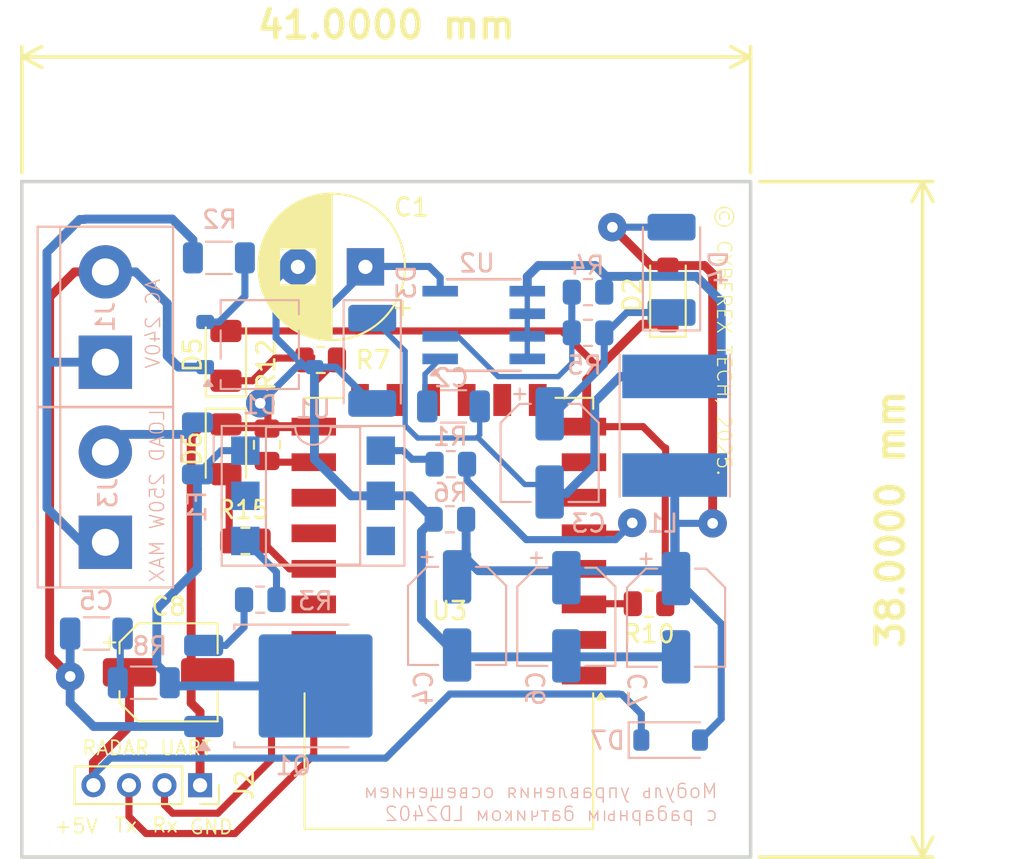
<source format=kicad_pcb>
(kicad_pcb (version 20240108) (generator "pcbnew") (generator_version "8.0")
  (layers (0 "F.Cu" signal) (31 "B.Cu" signal) (34 "B.Paste" user) (35 "F.Paste" user) (36 "B.SilkS" user "B.Silkscreen") (37 "F.SilkS" user "F.Silkscreen") (38 "B.Mask" user) (39 "F.Mask" user) (44 "Edge.Cuts" user))
  (net 0 "")
  (net 1 "Net-(D1--)")
  (net 2 "Net-(U2-BP)")
  (net 3 "Net-(D3-K)")
  (net 4 "Net-(D4-K)")
  (net 5 "Net-(D2-A)")
  (net 6 "Net-(J1-Pin_2)")
  (net 7 "Net-(D1-+)")
  (net 8 "Net-(D1-Pad2)")
  (net 9 "Net-(D5-K)")
  (net 10 "Net-(J1-Pin_1)")
  (net 11 "Net-(U2-FB)")
  (net 12 "Net-(C5-Pad1)")
  (net 13 "Net-(D6-A)")
  (net 14 "Net-(J3-Pin_2)")
  (net 15 "Net-(Q1-A2)")
  (net 16 "Net-(J2-Pin_2)")
  (net 17 "Net-(J2-Pin_3)")
  (net 18 "Net-(Q1-G)")
  (net 19 "Net-(U3-GPIO14)")
  (net 20 "Net-(R1-Pad1)")
  (net 21 "Net-(R3-Pad1)")
  (net 22 "Net-(U3-EN)")
  (net 23 "Net-(U3-GPIO15)")
  (net 24 "Net-(U3-GPIO4)")
  (net 41 "Net-(D7-K)")
  (net 42 "Net-(D2-K)")
  (footprint "Diode_SMD:D_SOD-123" (layer "F.Cu") (at 157.4038 69.2404 90)
    (property "Reference" "D2" (at 0 -2 90) (layer "F.SilkS"))
    (property "Value" "RB051L-40TE25")
    (pad "1" smd roundrect (at -1.65 0 90) (size 0.9 1.2) (layers "F.Cu" "F.Paste" "F.Mask") (net 42 "Net-(D2-K)"))
    (pad "2" smd roundrect (at 1.65 0 90) (size 0.9 1.2) (layers "F.Cu" "F.Paste" "F.Mask") (net 5 "Net-(D2-A)"))
  )
  (footprint "Capacitor_SMD:CP_Elec_5x5.4" (layer "F.Cu") (at 129.3114 90.4748)
    (property "Reference" "C8" (at 0 -3.7 0) (layer "F.SilkS"))
    (property "Value" "220uF 6.3V")
    (pad "1" smd roundrect (at -2.2 0) (size 3 1.6) (layers "F.Cu" "F.Paste" "F.Mask") (roundrect_rratio 0.15625) (net 41 "Net-(D7-K)"))
    (pad "2" smd roundrect (at 2.2 0) (size 3 1.6) (layers "F.Cu" "F.Paste" "F.Mask") (roundrect_rratio 0.15625) (net 1 "Net-(D1--)"))
  )
  (footprint "Resistor_SMD:R_0805_2012Metric" (layer "F.Cu") (at 156.3389 86.614)
    (property "Reference" "R10" (at -0.0019 1.7018 0) (layer "F.SilkS"))
    (property "Value" "1k")
    (pad "1" smd roundrect (at -0.9125 0) (size 1.025 1.4) (layers "F.Cu" "F.Paste" "F.Mask") (roundrect_rratio 0.243902) (net 22 "Net-(U3-EN)"))
    (pad "2" smd roundrect (at 0.9125 0) (size 1.025 1.4) (layers "F.Cu" "F.Paste" "F.Mask") (roundrect_rratio 0.243902) (net 42 "Net-(D2-K)"))
  )
  (footprint "Connector_PinSocket_2.00mm:PinSocket_1x04_P2.00mm_Vertical" (layer "F.Cu") (at 131.0828 96.8248 -90)
    (property "Reference" "J2" (at 0 -2.5 -90) (layer "F.SilkS"))
    (property "Value" "LD 2402")
    (pad "1" thru_hole rect (at 0 0 270) (size 1.35 1.35) (drill 0.8) (layers "*.Cu" "*.Mask") (net 1 "Net-(D1--)"))
    (pad "2" thru_hole oval (at 0 2 270) (size 1.35 1.35) (drill 0.8) (layers "*.Cu" "*.Mask") (net 16 "Net-(J2-Pin_2)"))
    (pad "3" thru_hole oval (at 0 4 270) (size 1.35 1.35) (drill 0.8) (layers "*.Cu" "*.Mask") (net 17 "Net-(J2-Pin_3)"))
    (pad "4" thru_hole oval (at 0 6 270) (size 1.35 1.35) (drill 0.8) (layers "*.Cu" "*.Mask") (net 41 "Net-(D7-K)"))
  )
  (footprint "LED_SMD:LED_1206_3216Metric" (layer "F.Cu") (at 132.5372 72.6694 90)
    (property "Reference" "D5" (at 0.0508 -1.8796 90) (layer "F.SilkS"))
    (property "Value" "LED")
    (pad "1" smd roundrect (at -1.4 0 90) (size 1.25 1.75) (layers "F.Cu" "F.Paste" "F.Mask") (roundrect_rratio 0.2) (net 9 "Net-(D5-K)"))
    (pad "2" smd roundrect (at 1.4 0 90) (size 1.25 1.75) (layers "F.Cu" "F.Paste" "F.Mask") (roundrect_rratio 0.2) (net 42 "Net-(D2-K)"))
  )
  (footprint "Capacitor_THT:CP_Radial_D8.0mm_P3.80mm" (layer "F.Cu") (at 140.3858 67.6656 180)
    (property "Reference" "C1" (at -2.5908 3.3528 0) (layer "F.SilkS"))
    (property "Value" "4.3uF 400V")
    (pad "1" thru_hole rect (at 0 0 180) (size 2.1 2.1) (drill 0.8) (layers "*.Cu" "*.Mask") (net 7 "Net-(D1-+)"))
    (pad "2" thru_hole circle (at 3.8 0 180) (size 2.1 2.1) (drill 0.8) (layers "*.Cu" "*.Mask") (net 1 "Net-(D1--)"))
  )
  (footprint "RF_Module:ESP-12E" (layer "F.Cu") (at 145.0794 87.1526 180)
    (property "Reference" "U3" (at -0.0326 0.1432 0) (layer "F.SilkS"))
    (property "Value" "ESP-12F")
    (pad "1" smd rect (at -7.6 -3.5 180) (size 2.5 1) (layers "F.Cu" "F.Paste" "F.Mask"))
    (pad "2" smd rect (at -7.6 -1.5 180) (size 2.5 1) (layers "F.Cu" "F.Paste" "F.Mask"))
    (pad "3" smd rect (at -7.6 0.5 180) (size 2.5 1) (layers "F.Cu" "F.Paste" "F.Mask") (net 22 "Net-(U3-EN)"))
    (pad "4" smd rect (at -7.6 2.5 180) (size 2.5 1) (layers "F.Cu" "F.Paste" "F.Mask"))
    (pad "5" smd rect (at -7.6 4.5 180) (size 2.5 1) (layers "F.Cu" "F.Paste" "F.Mask") (net 19 "Net-(U3-GPIO14)"))
    (pad "6" smd rect (at -7.6 6.5 180) (size 2.5 1) (layers "F.Cu" "F.Paste" "F.Mask"))
    (pad "7" smd rect (at -7.6 8.5 180) (size 2.5 1) (layers "F.Cu" "F.Paste" "F.Mask"))
    (pad "8" smd rect (at -7.6 10.5 180) (size 2.5 1) (layers "F.Cu" "F.Paste" "F.Mask") (net 42 "Net-(D2-K)"))
    (pad "9" smd rect (at -5 12 180) (size 1 1.8) (layers "F.Cu" "F.Paste" "F.Mask"))
    (pad "10" smd rect (at -3 12 180) (size 1 1.8) (layers "F.Cu" "F.Paste" "F.Mask"))
    (pad "11" smd rect (at -1 12 180) (size 1 1.8) (layers "F.Cu" "F.Paste" "F.Mask"))
    (pad "12" smd rect (at 1 12 180) (size 1 1.8) (layers "F.Cu" "F.Paste" "F.Mask"))
    (pad "13" smd rect (at 3 12 180) (size 1 1.8) (layers "F.Cu" "F.Paste" "F.Mask"))
    (pad "14" smd rect (at 5 12 180) (size 1 1.8) (layers "F.Cu" "F.Paste" "F.Mask"))
    (pad "15" smd rect (at 7.6 10.5 180) (size 2.5 1) (layers "F.Cu" "F.Paste" "F.Mask") (net 1 "Net-(D1--)"))
    (pad "16" smd rect (at 7.6 8.5 180) (size 2.5 1) (layers "F.Cu" "F.Paste" "F.Mask") (net 23 "Net-(U3-GPIO15)"))
    (pad "17" smd rect (at 7.6 6.5 180) (size 2.5 1) (layers "F.Cu" "F.Paste" "F.Mask"))
    (pad "18" smd rect (at 7.6 4.5 180) (size 2.5 1) (layers "F.Cu" "F.Paste" "F.Mask"))
    (pad "19" smd rect (at 7.6 2.5 180) (size 2.5 1) (layers "F.Cu" "F.Paste" "F.Mask") (net 24 "Net-(U3-GPIO4)"))
    (pad "20" smd rect (at 7.6 0.5 180) (size 2.5 1) (layers "F.Cu" "F.Paste" "F.Mask"))
    (pad "21" smd rect (at 7.6 -1.5 180) (size 2.5 1) (layers "F.Cu" "F.Paste" "F.Mask") (net 16 "Net-(J2-Pin_2)"))
    (pad "22" smd rect (at 7.6 -3.5 180) (size 2.5 1) (layers "F.Cu" "F.Paste" "F.Mask") (net 17 "Net-(J2-Pin_3)"))
  )
  (footprint "LED_SMD:LED_1206_3216Metric" (layer "F.Cu") (at 132.5372 77.9272 -90)
    (property "Reference" "D6" (at -0.0254 1.8796 90) (layer "F.SilkS"))
    (property "Value" "LED")
    (pad "1" smd roundrect (at -1.4 0 270) (size 1.25 1.75) (layers "F.Cu" "F.Paste" "F.Mask") (roundrect_rratio 0.2) (net 1 "Net-(D1--)"))
    (pad "2" smd roundrect (at 1.4 0 270) (size 1.25 1.75) (layers "F.Cu" "F.Paste" "F.Mask") (roundrect_rratio 0.2) (net 13 "Net-(D6-A)"))
  )
  (footprint "Resistor_SMD:R_0805_2012Metric" (layer "F.Cu") (at 133.6313 83.0834 180)
    (property "Reference" "R15" (at 0.1251 1.7526 0) (layer "F.SilkS"))
    (property "Value" "470")
    (pad "1" smd roundrect (at -0.9125 0 180) (size 1.025 1.4) (layers "F.Cu" "F.Paste" "F.Mask") (roundrect_rratio 0.243902) (net 24 "Net-(U3-GPIO4)"))
    (pad "2" smd roundrect (at 0.9125 0 180) (size 1.025 1.4) (layers "F.Cu" "F.Paste" "F.Mask") (roundrect_rratio 0.243902) (net 13 "Net-(D6-A)"))
  )
  (footprint "Resistor_SMD:R_0805_2012Metric" (layer "F.Cu") (at 137.8693 72.898)
    (property "Reference" "R7" (at 2.9483 0 0) (layer "F.SilkS"))
    (property "Value" "1k")
    (pad "1" smd roundrect (at -0.9125 0) (size 1.025 1.4) (layers "F.Cu" "F.Paste" "F.Mask") (roundrect_rratio 0.243902) (net 9 "Net-(D5-K)"))
    (pad "2" smd roundrect (at 0.9125 0) (size 1.025 1.4) (layers "F.Cu" "F.Paste" "F.Mask") (roundrect_rratio 0.243902) (net 1 "Net-(D1--)"))
  )
  (footprint "Resistor_SMD:R_0805_2012Metric" (layer "F.Cu") (at 134.8486 77.6732 90)
    (property "Reference" "R12" (at 4.4958 -0.0508 90) (layer "F.SilkS"))
    (property "Value" "1k")
    (pad "1" smd roundrect (at -0.9125 0 90) (size 1.025 1.4) (layers "F.Cu" "F.Paste" "F.Mask") (roundrect_rratio 0.243902) (net 23 "Net-(U3-GPIO15)"))
    (pad "2" smd roundrect (at 0.9125 0 90) (size 1.025 1.4) (layers "F.Cu" "F.Paste" "F.Mask") (roundrect_rratio 0.243902) (net 1 "Net-(D1--)"))
  )
  (footprint "Inductor_SMD:L_Taiyo-Yuden_NR-60xx_HandSoldering" (layer "B.Cu") (at 157.7848 76.6 -90)
    (property "Reference" "L1" (at 5.4928 0.6858 0) (layer "B.SilkS") (effects (justify mirror)))
    (property "Value" "1mH")
    (pad "1" smd rect (at -2.775 0 270) (size 2.45 5.9) (layers "B.Cu" "B.Paste" "B.Mask") (net 3 "Net-(D3-K)"))
    (pad "2" smd rect (at 2.775 0 270) (size 2.45 5.9) (layers "B.Cu" "B.Paste" "B.Mask") (net 5 "Net-(D2-A)"))
  )
  (footprint "Resistor_SMD:R_1206_3216Metric" (layer "B.Cu") (at 127.9144 91.059 180)
    (property "Reference" "R8" (at -0.3409 2.0574 0) (layer "B.SilkS") (effects (justify mirror)))
    (property "Value" "39")
    (pad "1" smd roundrect (at -1.4625 0 180) (size 1.125 1.75) (layers "B.Cu" "B.Paste" "B.Mask") (roundrect_rratio 0.222222) (net 15 "Net-(Q1-A2)"))
    (pad "2" smd roundrect (at 1.4625 0 180) (size 1.125 1.75) (layers "B.Cu" "B.Paste" "B.Mask") (roundrect_rratio 0.222222) (net 12 "Net-(C5-Pad1)"))
  )
  (footprint "Package_DIP:DIP-6_W7.62mm_SMDSocket_SmallPads" (layer "B.Cu") (at 137.4394 80.5434 180)
    (property "Reference" "U1" (at 0 4.87 0) (layer "B.SilkS") (effects (justify mirror)))
    (property "Value" "MOC3052M")
    (pad "1" smd rect (at -3.81 2.54 180) (size 1.6 1.6) (layers "B.Cu" "B.Paste" "B.Mask") (net 20 "Net-(R1-Pad1)"))
    (pad "2" smd rect (at -3.81 0 180) (size 1.6 1.6) (layers "B.Cu" "B.Paste" "B.Mask") (net 1 "Net-(D1--)"))
    (pad "3" smd rect (at -3.81 -2.54 180) (size 1.6 1.6) (layers "B.Cu" "B.Paste" "B.Mask"))
    (pad "4" smd rect (at 3.81 -2.54 180) (size 1.6 1.6) (layers "B.Cu" "B.Paste" "B.Mask") (net 21 "Net-(R3-Pad1)"))
    (pad "5" smd rect (at 3.81 0 180) (size 1.6 1.6) (layers "B.Cu" "B.Paste" "B.Mask"))
    (pad "6" smd rect (at 3.81 2.54 180) (size 1.6 1.6) (layers "B.Cu" "B.Paste" "B.Mask") (net 15 "Net-(Q1-A2)"))
  )
  (footprint "Capacitor_SMD:C_1206_3216Metric" (layer "B.Cu") (at 125.2474 88.2904 180)
    (property "Reference" "C5" (at 0 1.85 0) (layer "B.SilkS") (effects (justify mirror)))
    (property "Value" "10n")
    (pad "1" smd roundrect (at -1.475 0 180) (size 1.15 1.8) (layers "B.Cu" "B.Paste" "B.Mask") (roundrect_rratio 0.217391) (net 12 "Net-(C5-Pad1)"))
    (pad "2" smd roundrect (at 1.475 0 180) (size 1.15 1.8) (layers "B.Cu" "B.Paste" "B.Mask") (roundrect_rratio 0.217391) (net 6 "Net-(J1-Pin_2)"))
  )
  (footprint "Package_TO_SOT_SMD:TO-252-2" (layer "B.Cu") (at 136.3236 91.2405)
    (property "Reference" "Q1" (at 0 4.5 0) (layer "B.SilkS") (effects (justify mirror)))
    (property "Value" "BT136-600")
    (pad "1" smd roundrect (at -5.04 2.28) (size 2.2 1.2) (layers "B.Cu" "B.Paste" "B.Mask") (roundrect_rratio 0.208333) (net 6 "Net-(J1-Pin_2)"))
    (pad "2" smd roundrect (at -0.415 -1.525) (size 3.05 2.75) (layers "B.Cu" "B.Paste") (roundrect_rratio 0.090909) (net 15 "Net-(Q1-A2)"))
    (pad "2" smd roundrect (at -0.415 1.525) (size 3.05 2.75) (layers "B.Cu" "B.Paste") (roundrect_rratio 0.090909) (net 15 "Net-(Q1-A2)"))
    (pad "2" smd roundrect (at 1.26 0) (size 6.4 5.8) (layers "B.Cu" "B.Mask") (roundrect_rratio 0.043103) (net 15 "Net-(Q1-A2)"))
    (pad "2" smd roundrect (at 2.935 -1.525) (size 3.05 2.75) (layers "B.Cu" "B.Paste") (roundrect_rratio 0.090909) (net 15 "Net-(Q1-A2)"))
    (pad "2" smd roundrect (at 2.935 1.525) (size 3.05 2.75) (layers "B.Cu" "B.Paste") (roundrect_rratio 0.090909) (net 15 "Net-(Q1-A2)"))
    (pad "3" smd roundrect (at -5.04 -2.28) (size 2.2 1.2) (layers "B.Cu" "B.Paste" "B.Mask") (roundrect_rratio 0.208333) (net 18 "Net-(Q1-G)"))
  )
  (footprint "Resistor_SMD:R_0805_2012Metric" (layer "B.Cu") (at 134.4695 86.3854 180)
    (property "Reference" "R3" (at -3.0969 -0.0762 0) (layer "B.SilkS") (effects (justify mirror)))
    (property "Value" "600")
    (pad "1" smd roundrect (at -0.9125 0 180) (size 1.025 1.4) (layers "B.Cu" "B.Paste" "B.Mask") (roundrect_rratio 0.243902) (net 21 "Net-(R3-Pad1)"))
    (pad "2" smd roundrect (at 0.9125 0 180) (size 1.025 1.4) (layers "B.Cu" "B.Paste" "B.Mask") (roundrect_rratio 0.243902) (net 18 "Net-(Q1-G)"))
  )
  (footprint "Diode_SMD:D_MELF" (layer "B.Cu") (at 140.7668 72.9488 -90)
    (property "Reference" "D3" (at -4.4196 -1.9304 90) (layer "B.SilkS") (effects (justify mirror)))
    (property "Value" "UF4005 US1J")
    (pad "1" smd roundrect (at -2.4 0 270) (size 1.5 2.7) (layers "B.Cu" "B.Paste" "B.Mask") (roundrect_rratio 0.1666666667) (net 3 "Net-(D3-K)"))
    (pad "2" smd roundrect (at 2.4 0 270) (size 1.5 2.7) (layers "B.Cu" "B.Paste" "B.Mask") (roundrect_rratio 0.1666666667) (net 1 "Net-(D1--)"))
  )
  (footprint "Resistor_SMD:R_0805_2012Metric" (layer "B.Cu") (at 145.1883 78.7654)
    (property "Reference" "R1" (at -0.0273 -1.5494 0) (layer "B.SilkS") (effects (justify mirror)))
    (property "Value" "330")
    (pad "1" smd roundrect (at -0.9125 0) (size 1.025 1.4) (layers "B.Cu" "B.Paste" "B.Mask") (roundrect_rratio 0.243902) (net 20 "Net-(R1-Pad1)"))
    (pad "2" smd roundrect (at 0.9125 0) (size 1.025 1.4) (layers "B.Cu" "B.Paste" "B.Mask") (roundrect_rratio 0.243902) (net 19 "Net-(U3-GPIO14)"))
  )
  (footprint "TerminalBlock:TerminalBlock_bornier-2_P5.08mm" (layer "B.Cu") (at 125.7554 73.025 90)
    (property "Reference" "J1" (at 2.54 0 90) (layer "B.SilkS") (effects (justify mirror)))
    (property "Value" "240V AC")
    (pad "1" thru_hole rect (at 0 0 90) (size 3 3) (drill 1.52) (layers "*.Cu" "*.Mask") (net 10 "Net-(J1-Pin_1)"))
    (pad "2" thru_hole circle (at 5.08 0 90) (size 3 3) (drill 1.52) (layers "*.Cu" "*.Mask") (net 6 "Net-(J1-Pin_2)"))
  )
  (footprint "Capacitor_SMD:CP_Elec_5x5.4" (layer "B.Cu") (at 145.542 87.2998 -90)
    (property "Reference" "C4" (at 4.064 1.8796 90) (layer "B.SilkS") (effects (justify mirror)))
    (property "Value" "220uF 10V")
    (pad "1" smd roundrect (at -2.2 0 270) (size 3 1.6) (layers "B.Cu" "B.Paste" "B.Mask") (roundrect_rratio 0.15625) (net 5 "Net-(D2-A)"))
    (pad "2" smd roundrect (at 2.2 0 270) (size 3 1.6) (layers "B.Cu" "B.Paste" "B.Mask") (roundrect_rratio 0.15625) (net 1 "Net-(D1--)"))
  )
  (footprint "Resistor_SMD:R_0805_2012Metric" (layer "B.Cu") (at 145.1375 81.8642 180)
    (property "Reference" "R6" (at -0.0235 1.4986 0) (layer "B.SilkS") (effects (justify mirror)))
    (property "Value" "1.5k")
    (pad "1" smd roundrect (at -0.9125 0 180) (size 1.025 1.4) (layers "B.Cu" "B.Paste" "B.Mask") (roundrect_rratio 0.243902) (net 5 "Net-(D2-A)"))
    (pad "2" smd roundrect (at 0.9125 0 180) (size 1.025 1.4) (layers "B.Cu" "B.Paste" "B.Mask") (roundrect_rratio 0.243902) (net 1 "Net-(D1--)"))
  )
  (footprint "Resistor_SMD:R_1206_3216Metric" (layer "B.Cu") (at 130.937 77.8764 90)
    (property "Reference" "F1" (at -3.2766 -0.0254 90) (layer "B.SilkS") (effects (justify mirror)))
    (property "Value" "1А")
    (pad "1" smd roundrect (at -1.4625 0 90) (size 1.125 1.75) (layers "B.Cu" "B.Paste" "B.Mask") (roundrect_rratio 0.222222) (net 15 "Net-(Q1-A2)"))
    (pad "2" smd roundrect (at 1.4625 0 90) (size 1.125 1.75) (layers "B.Cu" "B.Paste" "B.Mask") (roundrect_rratio 0.222222) (net 14 "Net-(J3-Pin_2)"))
  )
  (footprint "Diode_SMD:D_SOD-123" (layer "B.Cu") (at 157.5557 94.2843)
    (property "Reference" "D7" (at -3.5555 0.0259 0) (layer "B.SilkS") (effects (justify mirror)))
    (property "Value" "RB051L-40TE25")
    (pad "1" smd roundrect (at -1.65 0) (size 0.9 1.2) (layers "B.Cu" "B.Paste" "B.Mask") (net 41 "Net-(D7-K)"))
    (pad "2" smd roundrect (at 1.65 0) (size 0.9 1.2) (layers "B.Cu" "B.Paste" "B.Mask") (net 5 "Net-(D2-A)"))
  )
  (footprint "Capacitor_SMD:CP_Elec_5x5.4" (layer "B.Cu") (at 150.749 78.1304 -90)
    (property "Reference" "C3" (at 3.9624 -2.1844 180) (layer "B.SilkS") (effects (justify mirror)))
    (property "Value" "45uF 135V")
    (pad "1" smd roundrect (at -2.2 0 270) (size 3 1.6) (layers "B.Cu" "B.Paste" "B.Mask") (roundrect_rratio 0.15625) (net 4 "Net-(D4-K)"))
    (pad "2" smd roundrect (at 2.2 0 270) (size 3 1.6) (layers "B.Cu" "B.Paste" "B.Mask") (roundrect_rratio 0.15625) (net 3 "Net-(D3-K)"))
  )
  (footprint "Resistor_SMD:R_0805_2012Metric" (layer "B.Cu") (at 152.908 71.374)
    (property "Reference" "R5" (at -0.2032 1.8288 0) (layer "B.SilkS") (effects (justify mirror)))
    (property "Value" "2.7k")
    (pad "1" smd roundrect (at -0.9125 0) (size 1.025 1.4) (layers "B.Cu" "B.Paste" "B.Mask") (roundrect_rratio 0.243902) (net 11 "Net-(U2-FB)"))
    (pad "2" smd roundrect (at 0.9125 0) (size 1.025 1.4) (layers "B.Cu" "B.Paste" "B.Mask") (roundrect_rratio 0.243902) (net 4 "Net-(D4-K)"))
  )
  (footprint "TerminalBlock:TerminalBlock_bornier-2_P5.08mm" (layer "B.Cu") (at 125.7554 83.1596 90)
    (property "Reference" "J3" (at 2.7686 0.1524 90) (layer "B.SilkS") (effects (justify mirror)))
    (property "Value" "LOAD 250W MAX")
    (pad "1" thru_hole rect (at 0 0 90) (size 3 3) (drill 1.52) (layers "*.Cu" "*.Mask") (net 10 "Net-(J1-Pin_1)"))
    (pad "2" thru_hole circle (at 5.08 0 90) (size 3 3) (drill 1.52) (layers "*.Cu" "*.Mask") (net 14 "Net-(J3-Pin_2)"))
  )
  (footprint "Capacitor_SMD:C_1206_3216Metric" (layer "B.Cu") (at 145.3388 75.5142 180)
    (property "Reference" "C2" (at 0.127 1.6002 0) (layer "B.SilkS") (effects (justify mirror)))
    (property "Value" "100n")
    (pad "1" smd roundrect (at -1.475 0 180) (size 1.15 1.8) (layers "B.Cu" "B.Paste" "B.Mask") (roundrect_rratio 0.217391) (net 3 "Net-(D3-K)"))
    (pad "2" smd roundrect (at 1.475 0 180) (size 1.15 1.8) (layers "B.Cu" "B.Paste" "B.Mask") (roundrect_rratio 0.217391) (net 2 "Net-(U2-BP)"))
  )
  (footprint "Package_TO_SOT_SMD:TO-269AA" (layer "B.Cu") (at 134.4422 72.0344)
    (property "Reference" "D1" (at 0 3.4 0) (layer "B.SilkS") (effects (justify mirror)))
    (property "Value" "RMB4S")
    (pad "1" smd roundrect (at -3.075 1.27) (size 1 0.8) (layers "B.Cu" "B.Paste" "B.Mask") (net 6 "Net-(J1-Pin_2)"))
    (pad "2" smd roundrect (at -3.075 -1.27) (size 1 0.8) (layers "B.Cu" "B.Paste" "B.Mask") (net 8 "Net-(D1-Pad2)"))
    (pad "3" smd roundrect (at 3.075 -1.27) (size 1 0.8) (layers "B.Cu" "B.Paste" "B.Mask") (net 7 "Net-(D1-+)"))
    (pad "4" smd roundrect (at 3.075 1.27) (size 1 0.8) (layers "B.Cu" "B.Paste" "B.Mask") (net 1 "Net-(D1--)"))
  )
  (footprint "Capacitor_SMD:CP_Elec_5x5.4" (layer "B.Cu") (at 151.6888 87.3506 -90)
    (property "Reference" "C6" (at 4.0386 1.7018 90) (layer "B.SilkS") (effects (justify mirror)))
    (property "Value" "220uF 10V")
    (pad "1" smd roundrect (at -2.2 0 270) (size 3 1.6) (layers "B.Cu" "B.Paste" "B.Mask") (roundrect_rratio 0.15625) (net 5 "Net-(D2-A)"))
    (pad "2" smd roundrect (at 2.2 0 270) (size 3 1.6) (layers "B.Cu" "B.Paste" "B.Mask") (roundrect_rratio 0.15625) (net 1 "Net-(D1--)"))
  )
  (footprint "Resistor_SMD:R_0805_2012Metric" (layer "B.Cu") (at 152.908 69.088)
    (property "Reference" "R4" (at -0.0508 -1.4986 0) (layer "B.SilkS") (effects (justify mirror)))
    (property "Value" "1.7k")
    (pad "1" smd roundrect (at -0.9125 0) (size 1.025 1.4) (layers "B.Cu" "B.Paste" "B.Mask") (roundrect_rratio 0.243902) (net 11 "Net-(U2-FB)"))
    (pad "2" smd roundrect (at 0.9125 0) (size 1.025 1.4) (layers "B.Cu" "B.Paste" "B.Mask") (roundrect_rratio 0.243902) (net 3 "Net-(D3-K)"))
  )
  (footprint "Resistor_SMD:R_1206_3216Metric" (layer "B.Cu") (at 132.1415 67.1576)
    (property "Reference" "R2" (at 0.0401 -2.159 0) (layer "B.SilkS") (effects (justify mirror)))
    (property "Value" "0.5")
    (pad "1" smd roundrect (at -1.4625 0) (size 1.125 1.75) (layers "B.Cu" "B.Paste" "B.Mask") (roundrect_rratio 0.222222) (net 10 "Net-(J1-Pin_1)"))
    (pad "2" smd roundrect (at 1.4625 0) (size 1.125 1.75) (layers "B.Cu" "B.Paste" "B.Mask") (roundrect_rratio 0.222222) (net 8 "Net-(D1-Pad2)"))
  )
  (footprint "Package_SO:PowerIntegrations_SO-8C" (layer "B.Cu") (at 147.0406 70.9359)
    (property "Reference" "U2" (at -0.381 -3.4798 0) (layer "B.SilkS") (effects (justify mirror)))
    (property "Value" "LNK362D")
    (pad "1" smd rect (at -2.45 1.905) (size 2 0.6) (layers "B.Cu" "B.Paste" "B.Mask") (net 2 "Net-(U2-BP)"))
    (pad "2" smd rect (at -2.45 0.635) (size 2 0.6) (layers "B.Cu" "B.Paste" "B.Mask") (net 11 "Net-(U2-FB)"))
    (pad "4" smd rect (at -2.45 -1.905) (size 2 0.6) (layers "B.Cu" "B.Paste" "B.Mask") (net 7 "Net-(D1-+)"))
    (pad "5" smd rect (at 2.45 -1.905) (size 2 0.6) (layers "B.Cu" "B.Paste" "B.Mask") (net 3 "Net-(D3-K)"))
    (pad "6" smd rect (at 2.45 -0.635) (size 2 0.6) (layers "B.Cu" "B.Paste" "B.Mask") (net 3 "Net-(D3-K)"))
    (pad "7" smd rect (at 2.45 0.635) (size 2 0.6) (layers "B.Cu" "B.Paste" "B.Mask") (net 3 "Net-(D3-K)"))
    (pad "8" smd rect (at 2.45 1.905) (size 2 0.6) (layers "B.Cu" "B.Paste" "B.Mask") (net 3 "Net-(D3-K)"))
  )
  (footprint "Capacitor_SMD:CP_Elec_5x5.4" (layer "B.Cu") (at 157.861 87.4014 -90)
    (property "Reference" "C7" (at 4.064 2.1336 90) (layer "B.SilkS") (effects (justify mirror)))
    (property "Value" "220uF 10V")
    (pad "1" smd roundrect (at -2.2 0 270) (size 3 1.6) (layers "B.Cu" "B.Paste" "B.Mask") (roundrect_rratio 0.15625) (net 5 "Net-(D2-A)"))
    (pad "2" smd roundrect (at 2.2 0 270) (size 3 1.6) (layers "B.Cu" "B.Paste" "B.Mask") (roundrect_rratio 0.15625) (net 1 "Net-(D1--)"))
  )
  (footprint "Diode_SMD:D_MELF" (layer "B.Cu") (at 157.607 67.831 90)
    (property "Reference" "D4" (at 0.1146 2.6416 90) (layer "B.SilkS") (effects (justify mirror)))
    (property "Value" "UF4005 US1J")
    (pad "1" smd roundrect (at -2.4 0 90) (size 1.5 2.7) (layers "B.Cu" "B.Paste" "B.Mask") (roundrect_rratio 0.1666666667) (net 4 "Net-(D4-K)"))
    (pad "2" smd roundrect (at 2.4 0 90) (size 1.5 2.7) (layers "B.Cu" "B.Paste" "B.Mask") (roundrect_rratio 0.1666666667) (net 5 "Net-(D2-A)"))
  )
  (gr_circle (center 154.2796 65.4304) (end 153.924 65.4304) (stroke (width 0.5)) (fill none) (layer "B.Cu") (net 5))
  (gr_rect (start 121.0542 62.865) (end 162.0542 100.865) (stroke (width 0.2)) (fill none) (layer "Edge.Cuts"))
  (gr_text "Модуль управления освещением\nс радарным датчиком LD2402" (at 160.2486 98.9076 0) (layer "B.SilkS") (effects (font (size 0.8 0.8) (thickness 0.075)) (justify left bottom mirror)))
  (gr_text "LOAD 250W MAX" (at 129.1336 75.6158 90) (layer "B.SilkS") (effects (font (size 0.8 0.8) (thickness 0.075)) (justify left bottom mirror)))
  (gr_text "AC 240V" (at 128.905 68.2752 90) (layer "B.SilkS") (effects (font (size 0.8 0.8) (thickness 0.075)) (justify left bottom mirror)))
  (gr_text "GND" (at 130.429 99.6442 0) (layer "F.SilkS") (effects (font (size 0.8 0.8) (thickness 0.1)) (justify left bottom)))
  (gr_text "© CYBEREX TECH, 2025." (at 160.0962 64.1096 -90) (layer "F.SilkS") (effects (font (size 0.8 0.8) (thickness 0.075)) (justify left bottom)))
  (gr_text "+5V " (at 122.8344 99.5934 0) (layer "F.SilkS") (effects (font (size 0.8 0.8) (thickness 0.1)) (justify left bottom)))
  (gr_text "Tx " (at 126.2126 99.5426 0) (layer "F.SilkS") (effects (font (size 0.8 0.8) (thickness 0.1)) (justify left bottom)))
  (gr_text "Rx" (at 128.3208 99.5426 0) (layer "F.SilkS") (effects (font (size 0.8 0.8) (thickness 0.1)) (justify left bottom)))
  (gr_text "RADAR UART" (at 124.3838 95.1992 0) (layer "F.SilkS") (effects (font (size 0.8 0.8) (thickness 0.1)) (justify left bottom)))
  (dimension (type aligned) (layer "F.SilkS") (pts (xy 121.0542 62.865) (xy 162.0542 62.865)) (height -7.0104) (gr_text "41,0000 mm" (at 141.5542 54.0546 0) (layer "F.SilkS") (effects (font (size 1.5 1.5) (thickness 0.3)))) (format (prefix "") (suffix "") (units 3) (units_format 1) (precision 4)) (style (thickness 0.2) (arrow_length 1.27) (text_position_mode 0) (extension_height 0.58642) (extension_offset 0.5) keep_text_aligned))
  (dimension (type aligned) (layer "F.SilkS") (pts (xy 162.0542 62.865) (xy 162.0542 100.865)) (height -9.6752) (gr_text "38,0000 mm" (at 169.9294 81.865 90) (layer "F.SilkS") (effects (font (size 1.5 1.5) (thickness 0.3)))) (format (prefix "") (suffix "") (units 3) (units_format 1) (precision 4)) (style (thickness 0.2) (arrow_length 1.27) (text_position_mode 0) (extension_height 0.58642) (extension_offset 0.5) keep_text_aligned))
  (segment (start 137.4794 74.2004) (end 137.4794 76.6526) (width 0.4) (layer "F.Cu") (net 1))
  (segment (start 132.6626 76.6526) (end 132.5372 76.5272) (width 0.2) (layer "F.Cu") (net 1))
  (segment (start 134.8994 76.6064) (end 134.8994 75.7682) (width 0.4) (layer "F.Cu") (net 1))
  (segment (start 137.4794 76.6526) (end 132.6626 76.6526) (width 0.5) (layer "F.Cu") (net 1))
  (segment (start 131.0828 92.7034) (end 130.5814 92.202) (width 0.5) (layer "F.Cu") (net 1))
  (segment (start 131.2448 76.5272) (end 132.5372 76.5272) (width 0.5) (layer "F.Cu") (net 1))
  (segment (start 134.8994 75.7682) (end 134.4676 75.3364) (width 0.2) (layer "F.Cu") (net 1))
  (segment (start 131.0828 96.8248) (end 131.0828 92.7034) (width 0.5) (layer "F.Cu") (net 1))
  (segment (start 130.5814 77.1906) (end 131.2448 76.5272) (width 0.5) (layer "F.Cu") (net 1))
  (segment (start 138.7818 72.898) (end 137.4794 74.2004) (width 0.4) (layer "F.Cu") (net 1))
  (segment (start 130.5814 92.202) (end 130.5814 77.1906) (width 0.5) (layer "F.Cu") (net 1))
  (via (at 134.4676 75.3364) (size 1.6) (drill 0.6) (layers "F.Cu" "B.Cu") (net 1))
  (segment (start 141.2494 80.5434) (end 139.573 80.5434) (width 0.5) (layer "B.Cu") (net 1))
  (segment (start 145.6788 89.6014) (end 157.861 89.6014) (width 0.5) (layer "B.Cu") (net 1))
  (segment (start 143.5354 87.4932) (end 143.5354 82.5538) (width 0.5) (layer "B.Cu") (net 1))
  (segment (start 137.5172 78.4876) (end 137.5172 73.3044) (width 0.5) (layer "B.Cu") (net 1))
  (segment (start 137.0076 73.3044) (end 135.3566 71.6534) (width 0.4) (layer "B.Cu") (net 1))
  (segment (start 140.7668 75.3488) (end 138.7224 73.3044) (width 0.4) (layer "B.Cu") (net 1))
  (segment (start 135.3566 71.6534) (end 135.3566 68.4276) (width 0.4) (layer "B.Cu") (net 1))
  (segment (start 141.2494 80.5434) (end 142.9042 80.5434) (width 0.5) (layer "B.Cu") (net 1))
  (segment (start 136.1186 67.6656) (end 136.5858 67.6656) (width 0.4) (layer "B.Cu") (net 1))
  (segment (start 143.5354 82.5538) (end 144.225 81.8642) (width 0.5) (layer "B.Cu") (net 1))
  (segment (start 137.5172 73.3044) (end 136.4996 73.3044) (width 0.3) (layer "B.Cu") (net 1))
  (segment (start 138.7224 73.3044) (end 137.5172 73.3044) (width 0.4) (layer "B.Cu") (net 1))
  (segment (start 145.542 89.4998) (end 143.5354 87.4932) (width 0.5) (layer "B.Cu") (net 1))
  (segment (start 142.9042 80.5434) (end 144.225 81.8642) (width 0.5) (layer "B.Cu") (net 1))
  (segment (start 137.5172 73.3044) (end 137.0076 73.3044) (width 0.4) (layer "B.Cu") (net 1))
  (segment (start 135.3566 68.4276) (end 136.1186 67.6656) (width 0.4) (layer "B.Cu") (net 1))
  (segment (start 145.5772 89.4998) (end 145.6788 89.6014) (width 0.5) (layer "B.Cu") (net 1))
  (segment (start 136.4996 73.3044) (end 134.4676 75.3364) (width 0.4) (layer "B.Cu") (net 1))
  (segment (start 139.573 80.5434) (end 137.5172 78.4876) (width 0.5) (layer "B.Cu") (net 1))
  (segment (start 145.542 89.4998) (end 145.5772 89.4998) (width 0.5) (layer "B.Cu") (net 1))
  (segment (start 143.7368 73.6947) (end 144.5906 72.8409) (width 0.3) (layer "B.Cu") (net 2))
  (segment (start 143.7368 75.946) (end 143.7368 73.6947) (width 0.3) (layer "B.Cu") (net 2))
  (segment (start 159.004 68.199) (end 160.401 69.596) (width 0.5) (layer "B.Cu") (net 3))
  (segment (start 153.8205 69.088) (end 153.8205 68.326) (width 0.2) (layer "B.Cu") (net 3))
  (segment (start 142.621 72.403) (end 142.621 76.589944) (width 0.3) (layer "B.Cu") (net 3))
  (segment (start 160.401 69.596) (end 160.401 72.8218) (width 0.5) (layer "B.Cu") (net 3))
  (segment (start 146.6868 77.2922) (end 146.6868 77.2432) (width 0.2) (layer "B.Cu") (net 3))
  (segment (start 142.621 76.589944) (end 143.323256 77.2922) (width 0.3) (layer "B.Cu") (net 3))
  (segment (start 143.323256 77.2922) (end 146.6868 77.2922) (width 0.3) (layer "B.Cu") (net 3))
  (segment (start 151.6922 80.4066) (end 153.289 78.8098) (width 0.5) (layer "B.Cu") (net 3))
  (segment (start 153.289 75.2602) (end 154.7242 73.825) (width 0.5) (layer "B.Cu") (net 3))
  (segment (start 154.7242 73.825) (end 157.7848 73.825) (width 0.5) (layer "B.Cu") (net 3))
  (segment (start 150.114 67.5894) (end 153.3144 67.5894) (width 0.5) (layer "B.Cu") (net 3))
  (segment (start 160.401 72.8218) (end 158.788 72.8218) (width 0.2) (layer "B.Cu") (net 3))
  (segment (start 158.788 72.8218) (end 157.7848 73.825) (width 0.2) (layer "B.Cu") (net 3))
  (segment (start 150.6474 80.3812) (end 150.6728 80.4066) (width 0.2) (layer "B.Cu") (net 3))
  (segment (start 146.6868 77.2432) (end 149.3502 79.9066) (width 0.3) (layer "B.Cu") (net 3))
  (segment (start 150.6728 80.4066) (end 151.6922 80.4066) (width 0.5) (layer "B.Cu") (net 3))
  (segment (start 149.4906 69.0309) (end 149.4906 68.2128) (width 0.5) (layer "B.Cu") (net 3))
  (segment (start 153.9475 68.199) (end 159.004 68.199) (width 0.5) (layer "B.Cu") (net 3))
  (segment (start 149.4906 72.8409) (end 149.4906 69.0309) (width 0.3) (layer "B.Cu") (net 3))
  (segment (start 153.3144 67.5894) (end 153.8205 68.0955) (width 0.5) (layer "B.Cu") (net 3))
  (segment (start 146.8138 77.1162) (end 146.6868 77.2432) (width 0.3) (layer "B.Cu") (net 3))
  (segment (start 153.289 78.8098) (end 153.289 75.2602) (width 0.5) (layer "B.Cu") (net 3))
  (segment (start 153.8205 68.326) (end 153.9475 68.199) (width 0.3) (layer "B.Cu") (net 3))
  (segment (start 140.7668 70.5488) (end 142.621 72.403) (width 0.3) (layer "B.Cu") (net 3))
  (segment (start 149.4906 68.2128) (end 150.114 67.5894) (width 0.5) (layer "B.Cu") (net 3))
  (segment (start 149.3502 79.9066) (end 150.6474 79.9066) (width 0.3) (layer "B.Cu") (net 3))
  (segment (start 146.8138 75.5142) (end 146.8138 77.1162) (width 0.3) (layer "B.Cu") (net 3))
  (segment (start 153.8205 68.0955) (end 153.8205 69.088) (width 0.3) (layer "B.Cu") (net 3))
  (segment (start 150.9678 76.0066) (end 153.8205 73.1539) (width 0.4) (layer "B.Cu") (net 4))
  (segment (start 150.6728 76.0066) (end 150.9678 76.0066) (width 0.4) (layer "B.Cu") (net 4))
  (segment (start 153.8205 73.1539) (end 153.8205 71.374) (width 0.4) (layer "B.Cu") (net 4))
  (segment (start 153.8205 71.374) (end 153.9494 71.374) (width 0.2) (layer "B.Cu") (net 4))
  (segment (start 155.0924 70.231) (end 157.607 70.231) (width 0.4) (layer "B.Cu") (net 4))
  (segment (start 153.9494 71.374) (end 155.0924 70.231) (width 0.4) (layer "B.Cu") (net 4))
  (segment (start 159.9184 68.0466) (end 159.4622 67.5904) (width 0.5) (layer "F.Cu") (net 5))
  (segment (start 159.9184 68.3006) (end 159.9184 68.0466) (width 0.5) (layer "F.Cu") (net 5))
  (segment (start 156.4396 67.5904) (end 154.2796 65.4304) (width 0.5) (layer "F.Cu") (net 5))
  (segment (start 159.9184 82.0928) (end 159.9184 68.0466) (width 0.5) (layer "F.Cu") (net 5))
  (segment (start 159.4622 67.5904) (end 156.4396 67.5904) (width 0.5) (layer "F.Cu") (net 5))
  (via (at 154.2796 65.4304) (size 1.6) (drill 0.6) (layers "F.Cu" "B.Cu") (net 5))
  (via (at 159.9184 82.0928) (size 1.6) (drill 0.6) (layers "F.Cu" "B.Cu") (net 5))
  (segment (start 146.7358 84.7598) (end 146.8784 84.7598) (width 0.3) (layer "B.Cu") (net 5))
  (segment (start 154.2802 65.431) (end 154.2796 65.4304) (width 0.2) (layer "B.Cu") (net 5))
  (segment (start 159.2057 94.2843) (end 160.401 93.089) (width 0.4) (layer "B.Cu") (net 5))
  (segment (start 157.861 85.2014) (end 157.861 83.8454) (width 0.4) (layer "B.Cu") (net 5))
  (segment (start 157.1498 84.7598) (end 158.0388 85.6488) (width 0.5) (layer "B.Cu") (net 5))
  (segment (start 157.861 85.2014) (end 157.861 82.0928) (width 0.4) (layer "B.Cu") (net 5))
  (segment (start 157.607 65.431) (end 154.2802 65.431) (width 0.4) (layer "B.Cu") (net 5))
  (segment (start 156.2732 84.6204) (end 156.2732 84.6836) (width 0.2) (layer "B.Cu") (net 5))
  (segment (start 157.861 82.0928) (end 159.9184 82.0928) (width 0.4) (layer "B.Cu") (net 5))
  (segment (start 157.7848 79.375) (end 157.7848 85.1252) (width 0.5) (layer "B.Cu") (net 5))
  (segment (start 146.05 84.074) (end 146.05 81.8642) (width 0.5) (layer "B.Cu") (net 5))
  (segment (start 146.8784 84.7598) (end 157.1498 84.7598) (width 0.5) (layer "B.Cu") (net 5))
  (segment (start 146.7358 84.7598) (end 146.05 84.074) (width 0.5) (layer "B.Cu") (net 5))
  (segment (start 160.401 93.089) (end 160.401 87.7414) (width 0.4) (layer "B.Cu") (net 5))
  (segment (start 160.401 87.7414) (end 157.861 85.2014) (width 0.4) (layer "B.Cu") (net 5))
  (segment (start 157.7848 85.1252) (end 157.861 85.2014) (width 0.4) (layer "B.Cu") (net 5))
  (segment (start 122.6192 89.5484) (end 122.6192 69.354) (width 0.5) (layer "F.Cu") (net 6))
  (segment (start 124.0282 67.945) (end 125.7554 67.945) (width 0.5) (layer "F.Cu") (net 6))
  (segment (start 123.7742 90.7034) (end 122.6192 89.5484) (width 0.5) (layer "F.Cu") (net 6))
  (segment (start 122.6192 69.354) (end 124.0282 67.945) (width 0.5) (layer "F.Cu") (net 6))
  (via (at 123.7742 90.7034) (size 1.6) (drill 0.6) (layers "F.Cu" "B.Cu") (net 6))
  (segment (start 125.0927 93.5205) (end 131.2836 93.5205) (width 0.5) (layer "B.Cu") (net 6))
  (segment (start 123.7742 88.2922) (end 123.7724 88.2904) (width 0.5) (layer "B.Cu") (net 6))
  (segment (start 127.4572 67.945) (end 125.7554 67.945) (width 0.5) (layer "B.Cu") (net 6))
  (segment (start 131.3672 73.3044) (end 129.8702 73.3044) (width 0.5) (layer "B.Cu") (net 6))
  (segment (start 123.7742 90.7034) (end 123.7742 88.2922) (width 0.5) (layer "B.Cu") (net 6))
  (segment (start 123.7742 90.7034) (end 123.7742 92.202) (width 0.5) (layer "B.Cu") (net 6))
  (segment (start 123.7742 92.202) (end 125.0927 93.5205) (width 0.5) (layer "B.Cu") (net 6))
  (segment (start 129.8702 73.3044) (end 129.2352 72.6694) (width 0.5) (layer "B.Cu") (net 6))
  (segment (start 129.2352 72.6694) (end 129.2352 69.723) (width 0.5) (layer "B.Cu") (net 6))
  (segment (start 129.2352 69.723) (end 127.4572 67.945) (width 0.5) (layer "B.Cu") (net 6))
  (segment (start 144.5906 68.2636) (end 143.9672 67.6402) (width 0.4) (layer "B.Cu") (net 7))
  (segment (start 137.5172 70.7644) (end 140.6414 67.6402) (width 0.4) (layer "B.Cu") (net 7))
  (segment (start 140.6414 67.6402) (end 140.4112 67.6402) (width 0.2) (layer "B.Cu") (net 7))
  (segment (start 144.5906 69.0309) (end 144.5906 68.2636) (width 0.4) (layer "B.Cu") (net 7))
  (segment (start 143.9672 67.6402) (end 140.4112 67.6402) (width 0.4) (layer "B.Cu") (net 7))
  (segment (start 140.4112 67.6402) (end 140.3858 67.6656) (width 0.4) (layer "B.Cu") (net 7))
  (segment (start 133.604 69.3166) (end 133.604 67.1576) (width 0.4) (layer "B.Cu") (net 8))
  (segment (start 132.1562 70.7644) (end 133.604 69.3166) (width 0.4) (layer "B.Cu") (net 8))
  (segment (start 131.3672 70.7644) (end 132.1562 70.7644) (width 0.4) (layer "B.Cu") (net 8))
  (segment (start 134.0358 74.0694) (end 132.5372 74.0694) (width 0.4) (layer "F.Cu") (net 9))
  (segment (start 135.3088 72.7964) (end 134.0358 74.0694) (width 0.4) (layer "F.Cu") (net 9))
  (segment (start 137.367 72.7964) (end 137.4686 72.6948) (width 0.2) (layer "F.Cu") (net 9))
  (segment (start 137.367 72.7964) (end 135.3088 72.7964) (width 0.4) (layer "F.Cu") (net 9))
  (segment (start 124.3076 64.9986) (end 124.587 64.9986) (width 0.5) (layer "B.Cu") (net 10))
  (segment (start 122.4692 72.9996) (end 122.4946 73.025) (width 0.2) (layer "B.Cu") (net 10))
  (segment (start 125.7554 83.1596) (end 124.4092 83.1596) (width 0.2) (layer "B.Cu") (net 10))
  (segment (start 122.4692 66.837) (end 124.3076 64.9986) (width 0.5) (layer "B.Cu") (net 10))
  (segment (start 122.4946 73.025) (end 125.7554 73.025) (width 0.5) (layer "B.Cu") (net 10))
  (segment (start 124.587 64.9986) (end 124.6124 64.9732) (width 0.2) (layer "B.Cu") (net 10))
  (segment (start 122.4692 73.314) (end 122.4692 66.837) (width 0.5) (layer "B.Cu") (net 10))
  (segment (start 129.5146 64.9732) (end 130.679 66.1376) (width 0.5) (layer "B.Cu") (net 10))
  (segment (start 122.4692 81.2196) (end 122.4692 73.314) (width 0.5) (layer "B.Cu") (net 10))
  (segment (start 124.6124 64.9732) (end 129.5146 64.9732) (width 0.5) (layer "B.Cu") (net 10))
  (segment (start 130.679 66.1376) (end 130.679 67.1576) (width 0.5) (layer "B.Cu") (net 10))
  (segment (start 122.4692 73.314) (end 122.4692 72.9996) (width 0.2) (layer "B.Cu") (net 10))
  (segment (start 124.4092 83.1596) (end 122.4692 81.2196) (width 0.5) (layer "B.Cu") (net 10))
  (segment (start 151.9955 73.0739) (end 151.2316 73.8378) (width 0.3) (layer "B.Cu") (net 11))
  (segment (start 151.9955 71.374) (end 151.9955 73.0739) (width 0.3) (layer "B.Cu") (net 11))
  (segment (start 151.2316 73.8378) (end 147.8534 73.8378) (width 0.3) (layer "B.Cu") (net 11))
  (segment (start 147.8534 73.8378) (end 145.5865 71.5709) (width 0.3) (layer "B.Cu") (net 11))
  (segment (start 145.5865 71.5709) (end 144.5906 71.5709) (width 0.3) (layer "B.Cu") (net 11))
  (segment (start 151.9955 71.374) (end 151.9955 69.088) (width 0.4) (layer "B.Cu") (net 11))
  (segment (start 126.5936 88.7026) (end 126.4519 88.5609) (width 0.4) (layer "B.Cu") (net 12))
  (segment (start 126.4519 91.059) (end 126.5936 90.9173) (width 0.4) (layer "B.Cu") (net 12))
  (segment (start 126.4519 88.5609) (end 126.7224 88.2904) (width 0.2) (layer "B.Cu") (net 12))
  (segment (start 126.5936 90.9173) (end 126.5936 88.7026) (width 0.4) (layer "B.Cu") (net 12))
  (segment (start 132.7188 83.0834) (end 132.7188 79.5088) (width 0.4) (layer "F.Cu") (net 13))
  (segment (start 132.7188 79.5088) (end 132.5372 79.3272) (width 0.2) (layer "F.Cu") (net 13))
  (segment (start 125.7554 78.0796) (end 126.746 77.089) (width 0.5) (layer "B.Cu") (net 14))
  (segment (start 126.746 77.089) (end 130.2619 77.089) (width 0.5) (layer "B.Cu") (net 14))
  (segment (start 130.2619 77.089) (end 130.937 76.4139) (width 0.5) (layer "B.Cu") (net 14))
  (segment (start 137.5836 91.2405) (end 129.8485 91.2405) (width 0.5) (layer "B.Cu") (net 15))
  (segment (start 128.651 86.9188) (end 130.937 84.6328) (width 0.5) (layer "B.Cu") (net 15))
  (segment (start 133.6294 78.0034) (end 132.2725 78.0034) (width 0.4) (layer "B.Cu") (net 15))
  (segment (start 128.651 90.043) (end 128.651 86.9188) (width 0.5) (layer "B.Cu") (net 15))
  (segment (start 132.2725 78.0034) (end 130.937 79.3389) (width 0.4) (layer "B.Cu") (net 15))
  (segment (start 130.937 83.5366) (end 130.9116 83.562) (width 0.2) (layer "B.Cu") (net 15))
  (segment (start 130.937 79.3389) (end 130.937 83.5366) (width 0.5) (layer "B.Cu") (net 15))
  (segment (start 130.937 84.6328) (end 130.937 83.5366) (width 0.5) (layer "B.Cu") (net 15))
  (segment (start 129.8485 91.2405) (end 128.651 90.043) (width 0.5) (layer "B.Cu") (net 15))
  (segment (start 136.0612 88.6526) (end 137.4794 88.6526) (width 0.4) (layer "F.Cu") (net 16))
  (segment (start 129.0828 97.9424) (end 129.54 98.3996) (width 0.4) (layer "F.Cu") (net 16))
  (segment (start 135.1026 89.6112) (end 136.0612 88.6526) (width 0.4) (layer "F.Cu") (net 16))
  (segment (start 135.1026 95.3794) (end 135.1026 89.7128) (width 0.4) (layer "F.Cu") (net 16))
  (segment (start 129.0828 96.8248) (end 129.0828 97.42584) (width 0.3) (layer "F.Cu") (net 16))
  (segment (start 129.54 98.3996) (end 132.0824 98.3996) (width 0.4) (layer "F.Cu") (net 16))
  (segment (start 132.0824 98.3996) (end 135.1026 95.3794) (width 0.4) (layer "F.Cu") (net 16))
  (segment (start 129.0828 96.8248) (end 129.0828 97.9424) (width 0.4) (layer "F.Cu") (net 16))
  (segment (start 128.0414 99.5426) (end 133.0452 99.5426) (width 0.4) (layer "F.Cu") (net 17))
  (segment (start 127.0828 96.8248) (end 127.0828 98.584) (width 0.4) (layer "F.Cu") (net 17))
  (segment (start 133.0452 99.5426) (end 137.4794 95.1084) (width 0.4) (layer "F.Cu") (net 17))
  (segment (start 137.4794 95.1084) (end 137.4794 90.6526) (width 0.4) (layer "F.Cu") (net 17))
  (segment (start 127.0828 98.584) (end 128.0414 99.5426) (width 0.4) (layer "F.Cu") (net 17))
  (segment (start 132.5275 88.9605) (end 133.557 87.931) (width 0.4) (layer "B.Cu") (net 18))
  (segment (start 133.557 87.931) (end 133.557 86.3854) (width 0.4) (layer "B.Cu") (net 18))
  (segment (start 131.2836 88.9605) (end 132.5275 88.9605) (width 0.4) (layer "B.Cu") (net 18))
  (segment (start 152.6794 82.6526) (end 154.812 82.6526) (width 0.3) (layer "F.Cu") (net 19))
  (segment (start 154.812 82.6526) (end 155.3972 82.0674) (width 0.3) (layer "F.Cu") (net 19))
  (via (at 155.3972 82.0674) (size 1.6) (drill 0.6) (layers "F.Cu" "B.Cu") (net 19))
  (segment (start 146.1008 79.6798) (end 149.4282 83.0072) (width 0.4) (layer "B.Cu") (net 19))
  (segment (start 146.1008 78.994) (end 146.1008 79.6798) (width 0.4) (layer "B.Cu") (net 19))
  (segment (start 154.4574 83.0072) (end 155.3972 82.0674) (width 0.4) (layer "B.Cu") (net 19))
  (segment (start 149.4282 83.0072) (end 154.4574 83.0072) (width 0.4) (layer "B.Cu") (net 19))
  (segment (start 141.2494 78.0034) (end 142.5194 78.0034) (width 0.4) (layer "B.Cu") (net 20))
  (segment (start 142.5194 78.0034) (end 143.002 78.486) (width 0.4) (layer "B.Cu") (net 20))
  (segment (start 143.002 78.486) (end 143.7678 78.486) (width 0.4) (layer "B.Cu") (net 20))
  (segment (start 135.382 86.3854) (end 135.382 84.836) (width 0.4) (layer "B.Cu") (net 21))
  (segment (start 135.382 84.836) (end 133.6294 83.0834) (width 0.4) (layer "B.Cu") (net 21))
  (segment (start 152.718 86.614) (end 152.6794 86.6526) (width 0.2) (layer "F.Cu") (net 22))
  (segment (start 155.4264 86.614) (end 152.718 86.614) (width 0.4) (layer "F.Cu") (net 22))
  (segment (start 137.4794 78.6526) (end 135.1206 78.6526) (width 0.4) (layer "F.Cu") (net 23))
  (segment (start 135.1206 78.6526) (end 134.8994 78.4314) (width 0.2) (layer "F.Cu") (net 23))
  (segment (start 137.4794 84.6526) (end 136.113 84.6526) (width 0.4) (layer "F.Cu") (net 24))
  (segment (start 136.113 84.6526) (end 134.5438 83.0834) (width 0.4) (layer "F.Cu") (net 24))
  (segment (start 125.0828 96.8248) (end 125.0828 95.5416) (width 0.5) (layer "F.Cu") (net 41))
  (segment (start 127.1114 93.513) (end 127.1114 90.4748) (width 0.5) (layer "F.Cu") (net 41))
  (segment (start 125.0828 95.5416) (end 127.1114 93.513) (width 0.5) (layer "F.Cu") (net 41))
  (segment (start 145.1356 91.694) (end 154.6606 91.694) (width 0.4) (layer "B.Cu") (net 41))
  (segment (start 126.0348 95.3008) (end 141.5288 95.3008) (width 0.4) (layer "B.Cu") (net 41))
  (segment (start 155.9057 92.8121) (end 155.9057 94.2843) (width 0.4) (layer "B.Cu") (net 41))
  (segment (start 141.5288 95.3008) (end 145.1356 91.694) (width 0.4) (layer "B.Cu") (net 41))
  (segment (start 125.0828 96.2528) (end 126.0348 95.3008) (width 0.4) (layer "B.Cu") (net 41))
  (segment (start 125.0828 96.8248) (end 125.0828 96.2528) (width 0.4) (layer "B.Cu") (net 41))
  (segment (start 154.8125 91.7189) (end 155.9057 92.8121) (width 0.4) (layer "B.Cu") (net 41))
  (segment (start 156.0022 76.6526) (end 152.6794 76.6526) (width 0.4) (layer "F.Cu") (net 42))
  (segment (start 157.2514 86.614) (end 157.2514 80.4746) (width 0.4) (layer "F.Cu") (net 42))
  (segment (start 157.4038 70.8904) (end 155.957 70.8904) (width 0.5) (layer "F.Cu") (net 42))
  (segment (start 157.2006 77.851) (end 156.0022 76.6526) (width 0.4) (layer "F.Cu") (net 42))
  (segment (start 152.8318 74.0156) (end 152.8318 76.5002) (width 0.5) (layer "F.Cu") (net 42))
  (segment (start 151.4318 71.2694) (end 153.5049 73.3425) (width 0.4) (layer "F.Cu") (net 42))
  (segment (start 132.5372 71.2694) (end 151.4318 71.2694) (width 0.4) (layer "F.Cu") (net 42))
  (segment (start 157.2768 77.851) (end 157.2006 77.851) (width 0.2) (layer "F.Cu") (net 42))
  (segment (start 157.2514 80.4746) (end 157.2768 80.4492) (width 0.2) (layer "F.Cu") (net 42))
  (segment (start 152.8318 76.5002) (end 152.6794 76.6526) (width 0.5) (layer "F.Cu") (net 42))
  (segment (start 157.2768 80.4492) (end 157.2768 77.851) (width 0.4) (layer "F.Cu") (net 42))
  (segment (start 155.957 70.8904) (end 153.5049 73.3425) (width 0.5) (layer "F.Cu") (net 42))
  (segment (start 153.5049 73.3425) (end 152.8318 74.0156) (width 0.5) (layer "F.Cu") (net 42))
)
</source>
